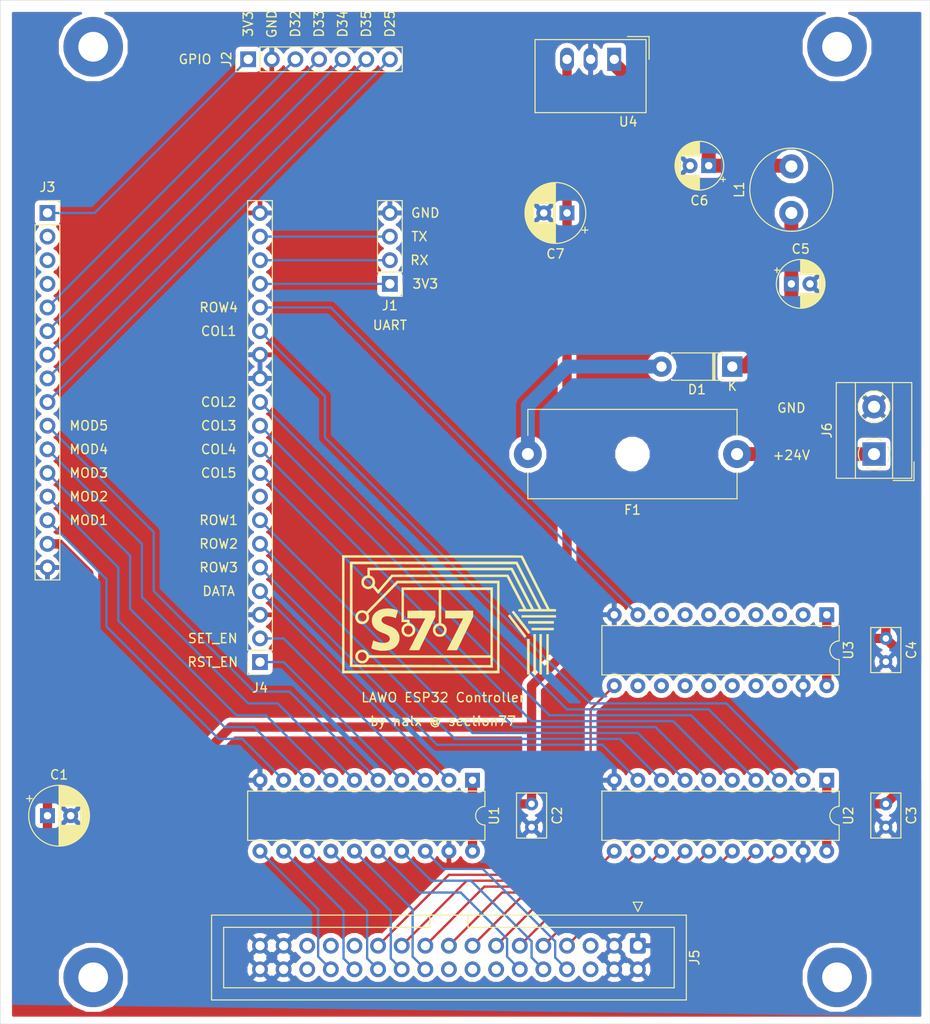
<source format=kicad_pcb>
(kicad_pcb (version 20171130) (host pcbnew "(5.0.0-3-g5ebb6b6)")
  (layers (0 F.Cu signal hide) (31 B.Cu signal hide) (34 B.Paste user) (35 F.Paste user) (36 B.SilkS user) (37 F.SilkS user) (38 B.Mask user) (39 F.Mask user) (44 Edge.Cuts user))
  (net 0 "")
  (net 1 GND)
  (net 2 +5V)
  (net 3 "Net-(J1-Pad3)")
  (net 4 "Net-(J1-Pad2)")
  (net 5 "Net-(J1-Pad1)")
  (net 6 "Net-(J2-Pad7)")
  (net 7 "Net-(J2-Pad6)")
  (net 8 "Net-(J2-Pad5)")
  (net 9 "Net-(J2-Pad4)")
  (net 10 "Net-(J2-Pad3)")
  (net 11 "Net-(J2-Pad1)")
  (net 12 "Net-(J3-Pad4)")
  (net 13 "Net-(J3-Pad3)")
  (net 14 "Net-(J3-Pad2)")
  (net 15 "Net-(J4-Pad16)")
  (net 16 "Net-(J4-Pad15)")
  (net 17 "Net-(J4-Pad12)")
  (net 18 "Net-(J4-Pad11)")
  (net 19 "Net-(J4-Pad10)")
  (net 20 "Net-(J4-Pad9)")
  (net 21 "Net-(J4-Pad8)")
  (net 22 "Net-(J4-Pad7)")
  (net 23 "Net-(J4-Pad6)")
  (net 24 "Net-(J4-Pad5)")
  (net 25 "Net-(J4-Pad4)")
  (net 26 "Net-(J4-Pad2)")
  (net 27 "Net-(J4-Pad1)")
  (net 28 "Net-(J5-Pad30)")
  (net 29 "Net-(J5-Pad28)")
  (net 30 "Net-(J5-Pad26)")
  (net 31 "Net-(J5-Pad24)")
  (net 32 "Net-(J5-Pad22)")
  (net 33 "Net-(J5-Pad20)")
  (net 34 "Net-(J5-Pad18)")
  (net 35 "Net-(J5-Pad16)")
  (net 36 "Net-(J5-Pad14)")
  (net 37 "Net-(J5-Pad12)")
  (net 38 "Net-(J5-Pad10)")
  (net 39 "Net-(J5-Pad8)")
  (net 40 "Net-(J5-Pad6)")
  (net 41 "Net-(J5-Pad29)")
  (net 42 "Net-(J5-Pad27)")
  (net 43 "Net-(J5-Pad25)")
  (net 44 "Net-(J5-Pad23)")
  (net 45 "Net-(J5-Pad21)")
  (net 46 "Net-(J5-Pad19)")
  (net 47 "Net-(J5-Pad17)")
  (net 48 "Net-(J5-Pad15)")
  (net 49 "Net-(J5-Pad13)")
  (net 50 "Net-(J5-Pad11)")
  (net 51 "Net-(J5-Pad9)")
  (net 52 "Net-(J5-Pad7)")
  (net 53 "Net-(J5-Pad5)")
  (net 54 "Net-(U3-Pad8)")
  (net 55 "Net-(U3-Pad17)")
  (net 56 "Net-(U3-Pad7)")
  (net 57 "Net-(U3-Pad16)")
  (net 58 "Net-(U3-Pad6)")
  (net 59 "Net-(U3-Pad15)")
  (net 60 "Net-(U3-Pad5)")
  (net 61 "Net-(U3-Pad14)")
  (net 62 "Net-(U3-Pad4)")
  (net 63 "Net-(U3-Pad13)")
  (net 64 "Net-(U3-Pad3)")
  (net 65 "Net-(U3-Pad12)")
  (net 66 "Net-(U3-Pad18)")
  (net 67 "Net-(U3-Pad2)")
  (net 68 "Net-(J3-Pad14)")
  (net 69 "Net-(J3-Pad13)")
  (net 70 "Net-(J3-Pad12)")
  (net 71 "Net-(J3-Pad11)")
  (net 72 "Net-(J3-Pad10)")
  (net 73 +24V)
  (net 74 "Net-(F1-Pad1)")
  (net 75 "Net-(C5-Pad1)")
  (net 76 "Net-(C6-Pad1)")
  (module Capacitor_THT:CP_Radial_D5.0mm_P2.00mm (layer F.Cu) (at 76.2 17.78 180)
    (fp_text reference C6 (at 1 -3.75 180) (layer F.SilkS))
    (fp_text value 4.7µF/50V)
    (pad 2 thru_hole circle (at 2 0 180) (size 1.6 1.6) (drill 0.8) (layers *.Cu *.Mask) (net 1 GND))
    (pad 1 thru_hole rect (at 0 0 180) (size 1.6 1.6) (drill 0.8) (layers *.Cu *.Mask) (net 76 "Net-(C6-Pad1)"))
  )
  (module Capacitor_THT:CP_Radial_D5.0mm_P2.00mm (layer F.Cu) (at 85.09 30.48)
    (fp_text reference C5 (at 1 -3.75) (layer F.SilkS))
    (fp_text value 4.7µF/50V)
    (pad 1 thru_hole rect (at 0 0) (size 1.6 1.6) (drill 0.8) (layers *.Cu *.Mask) (net 75 "Net-(C5-Pad1)"))
    (pad 2 thru_hole circle (at 2 0) (size 1.6 1.6) (drill 0.8) (layers *.Cu *.Mask) (net 1 GND))
  )
  (module Capacitor_THT:CP_Radial_D6.3mm_P2.50mm (layer F.Cu) (at 60.96 22.86 180)
    (fp_text reference C7 (at 1.25 -4.4 180) (layer F.SilkS))
    (fp_text value "220 µF")
    (pad 2 thru_hole circle (at 2.5 0 180) (size 1.6 1.6) (drill 0.8) (layers *.Cu *.Mask) (net 1 GND))
    (pad 1 thru_hole rect (at 0 0 180) (size 1.6 1.6) (drill 0.8) (layers *.Cu *.Mask) (net 2 +5V))
  )
  (module Capacitor_THT:CP_Radial_D6.3mm_P2.50mm (layer F.Cu) (at 5.08 87.63)
    (fp_text reference C1 (at 1.25 -4.4) (layer F.SilkS))
    (fp_text value "220 µF")
    (pad 1 thru_hole rect (at 0 0) (size 1.6 1.6) (drill 0.8) (layers *.Cu *.Mask) (net 2 +5V))
    (pad 2 thru_hole circle (at 2.5 0) (size 1.6 1.6) (drill 0.8) (layers *.Cu *.Mask) (net 1 GND))
  )
  (module Converter_DCDC:Converter_DCDC_TRACO_TSR-1_THT (layer F.Cu) (at 66.04 6.35 180)
    (fp_text reference U4 (at -1.5 -6.71 180) (layer F.SilkS))
    (fp_text value TSR_1-2450)
    (pad 1 thru_hole rect (at 0 0 180) (size 1.5 2.5) (drill 1) (layers *.Cu *.Mask) (net 76 "Net-(C6-Pad1)"))
    (pad 2 thru_hole oval (at 2.54 0 180) (size 1.5 2.5) (drill 1) (layers *.Cu *.Mask) (net 1 GND))
    (pad 3 thru_hole oval (at 5.08 0 180) (size 1.5 2.5) (drill 1) (layers *.Cu *.Mask) (net 2 +5V))
  )
  (module Diode_THT:D_DO-41_SOD81_P7.62mm_Horizontal (layer F.Cu) (at 78.74 39.37 180)
    (fp_text reference D1 (at 3.81 -2.47 180) (layer F.SilkS))
    (fp_text value D_Schottky)
    (fp_text user K (at 0 -2.1 180) (layer F.SilkS))
    (pad 1 thru_hole rect (at 0 0 180) (size 2.2 2.2) (drill 1.1) (layers *.Cu *.Mask) (net 75 "Net-(C5-Pad1)"))
    (pad 2 thru_hole oval (at 7.62 0 180) (size 2.2 2.2) (drill 1.1) (layers *.Cu *.Mask) (net 73 +24V))
  )
  (module Fuse:Fuseholder_Cylinder-5x20mm_Schurter_0031_8201_Horizontal_Open (layer F.Cu) (at 79.248 48.768 180)
    (fp_text reference F1 (at 11.25 -6 180) (layer F.SilkS))
    (fp_text value Fuse)
    (pad 1 thru_hole circle (at 0 0 180) (size 3 3) (drill 1.3) (layers *.Cu *.Mask) (net 74 "Net-(F1-Pad1)"))
    (pad 2 thru_hole circle (at 22.5 0 180) (size 3 3) (drill 1.3) (layers *.Cu *.Mask) (net 73 +24V))
    (pad "" np_thru_hole circle (at 11.25 0 180) (size 2.7 2.7) (drill 2.7) (layers *.Cu *.Mask))
  )
  (module Inductor_THT:L_Radial_D8.7mm_P5.00mm_Fastron_07HCP (layer F.Cu) (at 85.09 22.86 90)
    (fp_text reference L1 (at 2.5 -5.6 90) (layer F.SilkS))
    (fp_text value "8.2 µH/1.5 A/0.08 O")
    (pad 1 thru_hole circle (at 0 0 90) (size 2.6 2.6) (drill 1.3) (layers *.Cu *.Mask) (net 75 "Net-(C5-Pad1)"))
    (pad 2 thru_hole circle (at 5 0 90) (size 2.6 2.6) (drill 1.3) (layers *.Cu *.Mask) (net 76 "Net-(C6-Pad1)"))
  )
  (module TerminalBlock_MetzConnect:TerminalBlock_MetzConnect_Type101_RT01602HBWC_1x02_P5.08mm_Horizontal (layer F.Cu) (at 93.98 48.768 90)
    (fp_text reference J6 (at 2.54 -5.06 90) (layer F.SilkS))
    (fp_text value Screw_Terminal_01x02)
    (pad 1 thru_hole rect (at 0 0 90) (size 2.5 2.5) (drill 1.3) (layers *.Cu *.Mask) (net 74 "Net-(F1-Pad1)"))
    (pad 2 thru_hole circle (at 5.08 0 90) (size 2.5 2.5) (drill 1.3) (layers *.Cu *.Mask) (net 1 GND))
  )
  (module Capacitor_THT:C_Rect_L4.6mm_W3.0mm_P2.50mm_MKS02_FKP02 (layer F.Cu) (at 95.25 68.58 270)
    (fp_text reference C4 (at 1.25 -2.75 90) (layer F.SilkS))
    (fp_text value "100 nF")
    (pad 2 thru_hole circle (at 2.5 0 270) (size 1.4 1.4) (drill 0.7) (layers *.Cu *.Mask) (net 1 GND))
    (pad 1 thru_hole circle (at 0 0 270) (size 1.4 1.4) (drill 0.7) (layers *.Cu *.Mask) (net 2 +5V))
  )
  (module Capacitor_THT:C_Rect_L4.6mm_W3.0mm_P2.50mm_MKS02_FKP02 (layer F.Cu) (at 95.25 86.36 270)
    (fp_text reference C3 (at 1.25 -2.75 90) (layer F.SilkS))
    (fp_text value "100 nF")
    (pad 2 thru_hole circle (at 2.5 0 270) (size 1.4 1.4) (drill 0.7) (layers *.Cu *.Mask) (net 1 GND))
    (pad 1 thru_hole circle (at 0 0 270) (size 1.4 1.4) (drill 0.7) (layers *.Cu *.Mask) (net 2 +5V))
  )
  (module Capacitor_THT:C_Rect_L4.6mm_W3.0mm_P2.50mm_MKS02_FKP02 (layer F.Cu) (at 57.15 86.36 270)
    (fp_text reference C2 (at 1.25 -2.75 90) (layer F.SilkS))
    (fp_text value "100 nF")
    (pad 2 thru_hole circle (at 2.5 0 270) (size 1.4 1.4) (drill 0.7) (layers *.Cu *.Mask) (net 1 GND))
    (pad 1 thru_hole circle (at 0 0 270) (size 1.4 1.4) (drill 0.7) (layers *.Cu *.Mask) (net 2 +5V))
  )
  (module Package_DIP:DIP-20_W7.62mm (layer F.Cu) (at 88.9 66.04 270)
    (fp_text reference U3 (at 3.81 -2.33 90) (layer F.SilkS))
    (fp_text value 74HCT245)
    (pad 20 thru_hole oval (at 7.62 0 270) (size 1.6 1.6) (drill 0.8) (layers *.Cu *.Mask) (net 2 +5V))
    (pad 10 thru_hole oval (at 0 22.86 270) (size 1.6 1.6) (drill 0.8) (layers *.Cu *.Mask) (net 1 GND))
    (pad 19 thru_hole oval (at 7.62 2.54 270) (size 1.6 1.6) (drill 0.8) (layers *.Cu *.Mask) (net 1 GND))
    (pad 9 thru_hole oval (at 0 20.32 270) (size 1.6 1.6) (drill 0.8) (layers *.Cu *.Mask) (net 15 "Net-(J4-Pad16)"))
    (pad 18 thru_hole oval (at 7.62 5.08 270) (size 1.6 1.6) (drill 0.8) (layers *.Cu *.Mask) (net 66 "Net-(U3-Pad18)"))
    (pad 8 thru_hole oval (at 0 17.78 270) (size 1.6 1.6) (drill 0.8) (layers *.Cu *.Mask) (net 54 "Net-(U3-Pad8)"))
    (pad 17 thru_hole oval (at 7.62 7.62 270) (size 1.6 1.6) (drill 0.8) (layers *.Cu *.Mask) (net 55 "Net-(U3-Pad17)"))
    (pad 7 thru_hole oval (at 0 15.24 270) (size 1.6 1.6) (drill 0.8) (layers *.Cu *.Mask) (net 56 "Net-(U3-Pad7)"))
    (pad 16 thru_hole oval (at 7.62 10.16 270) (size 1.6 1.6) (drill 0.8) (layers *.Cu *.Mask) (net 57 "Net-(U3-Pad16)"))
    (pad 6 thru_hole oval (at 0 12.7 270) (size 1.6 1.6) (drill 0.8) (layers *.Cu *.Mask) (net 58 "Net-(U3-Pad6)"))
    (pad 15 thru_hole oval (at 7.62 12.7 270) (size 1.6 1.6) (drill 0.8) (layers *.Cu *.Mask) (net 59 "Net-(U3-Pad15)"))
    (pad 5 thru_hole oval (at 0 10.16 270) (size 1.6 1.6) (drill 0.8) (layers *.Cu *.Mask) (net 60 "Net-(U3-Pad5)"))
    (pad 14 thru_hole oval (at 7.62 15.24 270) (size 1.6 1.6) (drill 0.8) (layers *.Cu *.Mask) (net 61 "Net-(U3-Pad14)"))
    (pad 4 thru_hole oval (at 0 7.62 270) (size 1.6 1.6) (drill 0.8) (layers *.Cu *.Mask) (net 62 "Net-(U3-Pad4)"))
    (pad 13 thru_hole oval (at 7.62 17.78 270) (size 1.6 1.6) (drill 0.8) (layers *.Cu *.Mask) (net 63 "Net-(U3-Pad13)"))
    (pad 3 thru_hole oval (at 0 5.08 270) (size 1.6 1.6) (drill 0.8) (layers *.Cu *.Mask) (net 64 "Net-(U3-Pad3)"))
    (pad 12 thru_hole oval (at 7.62 20.32 270) (size 1.6 1.6) (drill 0.8) (layers *.Cu *.Mask) (net 65 "Net-(U3-Pad12)"))
    (pad 2 thru_hole oval (at 0 2.54 270) (size 1.6 1.6) (drill 0.8) (layers *.Cu *.Mask) (net 67 "Net-(U3-Pad2)"))
    (pad 11 thru_hole oval (at 7.62 22.86 270) (size 1.6 1.6) (drill 0.8) (layers *.Cu *.Mask) (net 44 "Net-(J5-Pad23)"))
    (pad 1 thru_hole rect (at 0 0 270) (size 1.6 1.6) (drill 0.8) (layers *.Cu *.Mask) (net 2 +5V))
  )
  (module Package_DIP:DIP-20_W7.62mm (layer F.Cu) (at 88.9 83.82 270)
    (fp_text reference U2 (at 3.81 -2.33 90) (layer F.SilkS))
    (fp_text value 74HCT245)
    (pad 20 thru_hole oval (at 7.62 0 270) (size 1.6 1.6) (drill 0.8) (layers *.Cu *.Mask) (net 2 +5V))
    (pad 10 thru_hole oval (at 0 22.86 270) (size 1.6 1.6) (drill 0.8) (layers *.Cu *.Mask) (net 1 GND))
    (pad 19 thru_hole oval (at 7.62 2.54 270) (size 1.6 1.6) (drill 0.8) (layers *.Cu *.Mask) (net 1 GND))
    (pad 9 thru_hole oval (at 0 20.32 270) (size 1.6 1.6) (drill 0.8) (layers *.Cu *.Mask) (net 24 "Net-(J4-Pad5)"))
    (pad 18 thru_hole oval (at 7.62 5.08 270) (size 1.6 1.6) (drill 0.8) (layers *.Cu *.Mask) (net 52 "Net-(J5-Pad7)"))
    (pad 8 thru_hole oval (at 0 17.78 270) (size 1.6 1.6) (drill 0.8) (layers *.Cu *.Mask) (net 23 "Net-(J4-Pad6)"))
    (pad 17 thru_hole oval (at 7.62 7.62 270) (size 1.6 1.6) (drill 0.8) (layers *.Cu *.Mask) (net 51 "Net-(J5-Pad9)"))
    (pad 7 thru_hole oval (at 0 15.24 270) (size 1.6 1.6) (drill 0.8) (layers *.Cu *.Mask) (net 22 "Net-(J4-Pad7)"))
    (pad 16 thru_hole oval (at 7.62 10.16 270) (size 1.6 1.6) (drill 0.8) (layers *.Cu *.Mask) (net 50 "Net-(J5-Pad11)"))
    (pad 6 thru_hole oval (at 0 12.7 270) (size 1.6 1.6) (drill 0.8) (layers *.Cu *.Mask) (net 20 "Net-(J4-Pad9)"))
    (pad 15 thru_hole oval (at 7.62 12.7 270) (size 1.6 1.6) (drill 0.8) (layers *.Cu *.Mask) (net 49 "Net-(J5-Pad13)"))
    (pad 5 thru_hole oval (at 0 10.16 270) (size 1.6 1.6) (drill 0.8) (layers *.Cu *.Mask) (net 19 "Net-(J4-Pad10)"))
    (pad 14 thru_hole oval (at 7.62 15.24 270) (size 1.6 1.6) (drill 0.8) (layers *.Cu *.Mask) (net 48 "Net-(J5-Pad15)"))
    (pad 4 thru_hole oval (at 0 7.62 270) (size 1.6 1.6) (drill 0.8) (layers *.Cu *.Mask) (net 18 "Net-(J4-Pad11)"))
    (pad 13 thru_hole oval (at 7.62 17.78 270) (size 1.6 1.6) (drill 0.8) (layers *.Cu *.Mask) (net 47 "Net-(J5-Pad17)"))
    (pad 3 thru_hole oval (at 0 5.08 270) (size 1.6 1.6) (drill 0.8) (layers *.Cu *.Mask) (net 17 "Net-(J4-Pad12)"))
    (pad 12 thru_hole oval (at 7.62 20.32 270) (size 1.6 1.6) (drill 0.8) (layers *.Cu *.Mask) (net 46 "Net-(J5-Pad19)"))
    (pad 2 thru_hole oval (at 0 2.54 270) (size 1.6 1.6) (drill 0.8) (layers *.Cu *.Mask) (net 16 "Net-(J4-Pad15)"))
    (pad 11 thru_hole oval (at 7.62 22.86 270) (size 1.6 1.6) (drill 0.8) (layers *.Cu *.Mask) (net 45 "Net-(J5-Pad21)"))
    (pad 1 thru_hole rect (at 0 0 270) (size 1.6 1.6) (drill 0.8) (layers *.Cu *.Mask) (net 2 +5V))
  )
  (module Package_DIP:DIP-20_W7.62mm (layer F.Cu) (at 50.8 83.82 270)
    (fp_text reference U1 (at 3.81 -2.33 90) (layer F.SilkS))
    (fp_text value 74HCT245)
    (pad 20 thru_hole oval (at 7.62 0 270) (size 1.6 1.6) (drill 0.8) (layers *.Cu *.Mask) (net 2 +5V))
    (pad 10 thru_hole oval (at 0 22.86 270) (size 1.6 1.6) (drill 0.8) (layers *.Cu *.Mask) (net 1 GND))
    (pad 19 thru_hole oval (at 7.62 2.54 270) (size 1.6 1.6) (drill 0.8) (layers *.Cu *.Mask) (net 1 GND))
    (pad 9 thru_hole oval (at 0 20.32 270) (size 1.6 1.6) (drill 0.8) (layers *.Cu *.Mask) (net 68 "Net-(J3-Pad14)"))
    (pad 18 thru_hole oval (at 7.62 5.08 270) (size 1.6 1.6) (drill 0.8) (layers *.Cu *.Mask) (net 39 "Net-(J5-Pad8)"))
    (pad 8 thru_hole oval (at 0 17.78 270) (size 1.6 1.6) (drill 0.8) (layers *.Cu *.Mask) (net 69 "Net-(J3-Pad13)"))
    (pad 17 thru_hole oval (at 7.62 7.62 270) (size 1.6 1.6) (drill 0.8) (layers *.Cu *.Mask) (net 38 "Net-(J5-Pad10)"))
    (pad 7 thru_hole oval (at 0 15.24 270) (size 1.6 1.6) (drill 0.8) (layers *.Cu *.Mask) (net 70 "Net-(J3-Pad12)"))
    (pad 16 thru_hole oval (at 7.62 10.16 270) (size 1.6 1.6) (drill 0.8) (layers *.Cu *.Mask) (net 37 "Net-(J5-Pad12)"))
    (pad 6 thru_hole oval (at 0 12.7 270) (size 1.6 1.6) (drill 0.8) (layers *.Cu *.Mask) (net 71 "Net-(J3-Pad11)"))
    (pad 15 thru_hole oval (at 7.62 12.7 270) (size 1.6 1.6) (drill 0.8) (layers *.Cu *.Mask) (net 33 "Net-(J5-Pad20)"))
    (pad 5 thru_hole oval (at 0 10.16 270) (size 1.6 1.6) (drill 0.8) (layers *.Cu *.Mask) (net 72 "Net-(J3-Pad10)"))
    (pad 14 thru_hole oval (at 7.62 15.24 270) (size 1.6 1.6) (drill 0.8) (layers *.Cu *.Mask) (net 32 "Net-(J5-Pad22)"))
    (pad 4 thru_hole oval (at 0 7.62 270) (size 1.6 1.6) (drill 0.8) (layers *.Cu *.Mask) (net 27 "Net-(J4-Pad1)"))
    (pad 13 thru_hole oval (at 7.62 17.78 270) (size 1.6 1.6) (drill 0.8) (layers *.Cu *.Mask) (net 31 "Net-(J5-Pad24)"))
    (pad 3 thru_hole oval (at 0 5.08 270) (size 1.6 1.6) (drill 0.8) (layers *.Cu *.Mask) (net 26 "Net-(J4-Pad2)"))
    (pad 12 thru_hole oval (at 7.62 20.32 270) (size 1.6 1.6) (drill 0.8) (layers *.Cu *.Mask) (net 30 "Net-(J5-Pad26)"))
    (pad 2 thru_hole oval (at 0 2.54 270) (size 1.6 1.6) (drill 0.8) (layers *.Cu *.Mask) (net 25 "Net-(J4-Pad4)"))
    (pad 11 thru_hole oval (at 7.62 22.86 270) (size 1.6 1.6) (drill 0.8) (layers *.Cu *.Mask) (net 29 "Net-(J5-Pad28)"))
    (pad 1 thru_hole rect (at 0 0 270) (size 1.6 1.6) (drill 0.8) (layers *.Cu *.Mask) (net 2 +5V))
  )
  (module Connector_IDC:IDC-Header_2x17_P2.54mm_Vertical (layer F.Cu) (at 68.58 101.6 270)
    (fp_text reference J5 (at 1.27 -6.1 90) (layer F.SilkS))
    (fp_text value Conn_02x17_Odd_Even)
    (pad 34 thru_hole circle (at 2.54 40.64 270) (size 1.7 1.7) (drill 1) (layers *.Cu *.Mask) (net 1 GND))
    (pad 32 thru_hole circle (at 2.54 38.1 270) (size 1.7 1.7) (drill 1) (layers *.Cu *.Mask) (net 1 GND))
    (pad 30 thru_hole circle (at 2.54 35.56 270) (size 1.7 1.7) (drill 1) (layers *.Cu *.Mask) (net 28 "Net-(J5-Pad30)"))
    (pad 28 thru_hole circle (at 2.54 33.02 270) (size 1.7 1.7) (drill 1) (layers *.Cu *.Mask) (net 29 "Net-(J5-Pad28)"))
    (pad 26 thru_hole circle (at 2.54 30.48 270) (size 1.7 1.7) (drill 1) (layers *.Cu *.Mask) (net 30 "Net-(J5-Pad26)"))
    (pad 24 thru_hole circle (at 2.54 27.94 270) (size 1.7 1.7) (drill 1) (layers *.Cu *.Mask) (net 31 "Net-(J5-Pad24)"))
    (pad 22 thru_hole circle (at 2.54 25.4 270) (size 1.7 1.7) (drill 1) (layers *.Cu *.Mask) (net 32 "Net-(J5-Pad22)"))
    (pad 20 thru_hole circle (at 2.54 22.86 270) (size 1.7 1.7) (drill 1) (layers *.Cu *.Mask) (net 33 "Net-(J5-Pad20)"))
    (pad 18 thru_hole circle (at 2.54 20.32 270) (size 1.7 1.7) (drill 1) (layers *.Cu *.Mask) (net 34 "Net-(J5-Pad18)"))
    (pad 16 thru_hole circle (at 2.54 17.78 270) (size 1.7 1.7) (drill 1) (layers *.Cu *.Mask) (net 35 "Net-(J5-Pad16)"))
    (pad 14 thru_hole circle (at 2.54 15.24 270) (size 1.7 1.7) (drill 1) (layers *.Cu *.Mask) (net 36 "Net-(J5-Pad14)"))
    (pad 12 thru_hole circle (at 2.54 12.7 270) (size 1.7 1.7) (drill 1) (layers *.Cu *.Mask) (net 37 "Net-(J5-Pad12)"))
    (pad 10 thru_hole circle (at 2.54 10.16 270) (size 1.7 1.7) (drill 1) (layers *.Cu *.Mask) (net 38 "Net-(J5-Pad10)"))
    (pad 8 thru_hole circle (at 2.54 7.62 270) (size 1.7 1.7) (drill 1) (layers *.Cu *.Mask) (net 39 "Net-(J5-Pad8)"))
    (pad 6 thru_hole circle (at 2.54 5.08 270) (size 1.7 1.7) (drill 1) (layers *.Cu *.Mask) (net 40 "Net-(J5-Pad6)"))
    (pad 4 thru_hole circle (at 2.54 2.54 270) (size 1.7 1.7) (drill 1) (layers *.Cu *.Mask) (net 1 GND))
    (pad 2 thru_hole circle (at 2.54 0 270) (size 1.7 1.7) (drill 1) (layers *.Cu *.Mask) (net 1 GND))
    (pad 33 thru_hole circle (at 0 40.64 270) (size 1.7 1.7) (drill 1) (layers *.Cu *.Mask) (net 1 GND))
    (pad 31 thru_hole circle (at 0 38.1 270) (size 1.7 1.7) (drill 1) (layers *.Cu *.Mask) (net 1 GND))
    (pad 29 thru_hole circle (at 0 35.56 270) (size 1.7 1.7) (drill 1) (layers *.Cu *.Mask) (net 41 "Net-(J5-Pad29)"))
    (pad 27 thru_hole circle (at 0 33.02 270) (size 1.7 1.7) (drill 1) (layers *.Cu *.Mask) (net 42 "Net-(J5-Pad27)"))
    (pad 25 thru_hole circle (at 0 30.48 270) (size 1.7 1.7) (drill 1) (layers *.Cu *.Mask) (net 43 "Net-(J5-Pad25)"))
    (pad 23 thru_hole circle (at 0 27.94 270) (size 1.7 1.7) (drill 1) (layers *.Cu *.Mask) (net 44 "Net-(J5-Pad23)"))
    (pad 21 thru_hole circle (at 0 25.4 270) (size 1.7 1.7) (drill 1) (layers *.Cu *.Mask) (net 45 "Net-(J5-Pad21)"))
    (pad 19 thru_hole circle (at 0 22.86 270) (size 1.7 1.7) (drill 1) (layers *.Cu *.Mask) (net 46 "Net-(J5-Pad19)"))
    (pad 17 thru_hole circle (at 0 20.32 270) (size 1.7 1.7) (drill 1) (layers *.Cu *.Mask) (net 47 "Net-(J5-Pad17)"))
    (pad 15 thru_hole circle (at 0 17.78 270) (size 1.7 1.7) (drill 1) (layers *.Cu *.Mask) (net 48 "Net-(J5-Pad15)"))
    (pad 13 thru_hole circle (at 0 15.24 270) (size 1.7 1.7) (drill 1) (layers *.Cu *.Mask) (net 49 "Net-(J5-Pad13)"))
    (pad 11 thru_hole circle (at 0 12.7 270) (size 1.7 1.7) (drill 1) (layers *.Cu *.Mask) (net 50 "Net-(J5-Pad11)"))
    (pad 9 thru_hole circle (at 0 10.16 270) (size 1.7 1.7) (drill 1) (layers *.Cu *.Mask) (net 51 "Net-(J5-Pad9)"))
    (pad 7 thru_hole circle (at 0 7.62 270) (size 1.7 1.7) (drill 1) (layers *.Cu *.Mask) (net 52 "Net-(J5-Pad7)"))
    (pad 5 thru_hole circle (at 0 5.08 270) (size 1.7 1.7) (drill 1) (layers *.Cu *.Mask) (net 53 "Net-(J5-Pad5)"))
    (pad 3 thru_hole circle (at 0 2.54 270) (size 1.7 1.7) (drill 1) (layers *.Cu *.Mask) (net 1 GND))
    (pad 1 thru_hole roundrect (at 0 0 270) (size 1.7 1.7) (drill 1) (layers *.Cu *.Mask) (roundrect_rratio 0.147059) (net 1 GND))
  )
  (module Connector_PinSocket_2.54mm:PinSocket_1x20_P2.54mm_Vertical (layer F.Cu) (at 27.94 71.12 180)
    (fp_text reference J4 (at 0 -2.77) (layer F.SilkS))
    (fp_text value ESP_RIGHT)
    (pad 20 thru_hole oval (at 0 48.26 180) (size 1.7 1.7) (drill 1) (layers *.Cu *.Mask) (net 1 GND))
    (pad 19 thru_hole oval (at 0 45.72 180) (size 1.7 1.7) (drill 1) (layers *.Cu *.Mask) (net 3 "Net-(J1-Pad3)"))
    (pad 18 thru_hole oval (at 0 43.18 180) (size 1.7 1.7) (drill 1) (layers *.Cu *.Mask) (net 4 "Net-(J1-Pad2)"))
    (pad 17 thru_hole oval (at 0 40.64 180) (size 1.7 1.7) (drill 1) (layers *.Cu *.Mask) (net 5 "Net-(J1-Pad1)"))
    (pad 16 thru_hole oval (at 0 38.1 180) (size 1.7 1.7) (drill 1) (layers *.Cu *.Mask) (net 15 "Net-(J4-Pad16)"))
    (pad 15 thru_hole oval (at 0 35.56 180) (size 1.7 1.7) (drill 1) (layers *.Cu *.Mask) (net 16 "Net-(J4-Pad15)"))
    (pad 14 thru_hole oval (at 0 33.02 180) (size 1.7 1.7) (drill 1) (layers *.Cu *.Mask) (net 1 GND))
    (pad 13 thru_hole oval (at 0 30.48 180) (size 1.7 1.7) (drill 1) (layers *.Cu *.Mask) (net 1 GND))
    (pad 12 thru_hole oval (at 0 27.94 180) (size 1.7 1.7) (drill 1) (layers *.Cu *.Mask) (net 17 "Net-(J4-Pad12)"))
    (pad 11 thru_hole oval (at 0 25.4 180) (size 1.7 1.7) (drill 1) (layers *.Cu *.Mask) (net 18 "Net-(J4-Pad11)"))
    (pad 10 thru_hole oval (at 0 22.86 180) (size 1.7 1.7) (drill 1) (layers *.Cu *.Mask) (net 19 "Net-(J4-Pad10)"))
    (pad 9 thru_hole oval (at 0 20.32 180) (size 1.7 1.7) (drill 1) (layers *.Cu *.Mask) (net 20 "Net-(J4-Pad9)"))
    (pad 8 thru_hole oval (at 0 17.78 180) (size 1.7 1.7) (drill 1) (layers *.Cu *.Mask) (net 21 "Net-(J4-Pad8)"))
    (pad 7 thru_hole oval (at 0 15.24 180) (size 1.7 1.7) (drill 1) (layers *.Cu *.Mask) (net 22 "Net-(J4-Pad7)"))
    (pad 6 thru_hole oval (at 0 12.7 180) (size 1.7 1.7) (drill 1) (layers *.Cu *.Mask) (net 23 "Net-(J4-Pad6)"))
    (pad 5 thru_hole oval (at 0 10.16 180) (size 1.7 1.7) (drill 1) (layers *.Cu *.Mask) (net 24 "Net-(J4-Pad5)"))
    (pad 4 thru_hole oval (at 0 7.62 180) (size 1.7 1.7) (drill 1) (layers *.Cu *.Mask) (net 25 "Net-(J4-Pad4)"))
    (pad 3 thru_hole oval (at 0 5.08 180) (size 1.7 1.7) (drill 1) (layers *.Cu *.Mask) (net 1 GND))
    (pad 2 thru_hole oval (at 0 2.54 180) (size 1.7 1.7) (drill 1) (layers *.Cu *.Mask) (net 26 "Net-(J4-Pad2)"))
    (pad 1 thru_hole rect (at 0 0 180) (size 1.7 1.7) (drill 1) (layers *.Cu *.Mask) (net 27 "Net-(J4-Pad1)"))
  )
  (module Connector_PinSocket_2.54mm:PinSocket_1x16_P2.54mm_Vertical (layer F.Cu) (at 5.08 22.86)
    (fp_text reference J3 (at 0 -2.77) (layer F.SilkS))
    (fp_text value ESP_LEFT)
    (pad 16 thru_hole oval (at 0 38.1) (size 1.7 1.7) (drill 1) (layers *.Cu *.Mask) (net 1 GND))
    (pad 15 thru_hole oval (at 0 35.56) (size 1.7 1.7) (drill 1) (layers *.Cu *.Mask) (net 2 +5V))
    (pad 14 thru_hole oval (at 0 33.02) (size 1.7 1.7) (drill 1) (layers *.Cu *.Mask) (net 68 "Net-(J3-Pad14)"))
    (pad 13 thru_hole oval (at 0 30.48) (size 1.7 1.7) (drill 1) (layers *.Cu *.Mask) (net 69 "Net-(J3-Pad13)"))
    (pad 12 thru_hole oval (at 0 27.94) (size 1.7 1.7) (drill 1) (layers *.Cu *.Mask) (net 70 "Net-(J3-Pad12)"))
    (pad 11 thru_hole oval (at 0 25.4) (size 1.7 1.7) (drill 1) (layers *.Cu *.Mask) (net 71 "Net-(J3-Pad11)"))
    (pad 10 thru_hole oval (at 0 22.86) (size 1.7 1.7) (drill 1) (layers *.Cu *.Mask) (net 72 "Net-(J3-Pad10)"))
    (pad 9 thru_hole oval (at 0 20.32) (size 1.7 1.7) (drill 1) (layers *.Cu *.Mask) (net 6 "Net-(J2-Pad7)"))
    (pad 8 thru_hole oval (at 0 17.78) (size 1.7 1.7) (drill 1) (layers *.Cu *.Mask) (net 7 "Net-(J2-Pad6)"))
    (pad 7 thru_hole oval (at 0 15.24) (size 1.7 1.7) (drill 1) (layers *.Cu *.Mask) (net 8 "Net-(J2-Pad5)"))
    (pad 6 thru_hole oval (at 0 12.7) (size 1.7 1.7) (drill 1) (layers *.Cu *.Mask) (net 9 "Net-(J2-Pad4)"))
    (pad 5 thru_hole oval (at 0 10.16) (size 1.7 1.7) (drill 1) (layers *.Cu *.Mask) (net 10 "Net-(J2-Pad3)"))
    (pad 4 thru_hole oval (at 0 7.62) (size 1.7 1.7) (drill 1) (layers *.Cu *.Mask) (net 12 "Net-(J3-Pad4)"))
    (pad 3 thru_hole oval (at 0 5.08) (size 1.7 1.7) (drill 1) (layers *.Cu *.Mask) (net 13 "Net-(J3-Pad3)"))
    (pad 2 thru_hole oval (at 0 2.54) (size 1.7 1.7) (drill 1) (layers *.Cu *.Mask) (net 14 "Net-(J3-Pad2)"))
    (pad 1 thru_hole rect (at 0 0) (size 1.7 1.7) (drill 1) (layers *.Cu *.Mask) (net 11 "Net-(J2-Pad1)"))
  )
  (module Connector_PinHeader_2.54mm:PinHeader_1x07_P2.54mm_Vertical (layer F.Cu) (at 26.67 6.35 90)
    (fp_text reference J2 (at 0 -2.33 90) (layer F.SilkS))
    (fp_text value GPIO)
    (pad 7 thru_hole oval (at 0 15.24 90) (size 1.7 1.7) (drill 1) (layers *.Cu *.Mask) (net 6 "Net-(J2-Pad7)"))
    (pad 6 thru_hole oval (at 0 12.7 90) (size 1.7 1.7) (drill 1) (layers *.Cu *.Mask) (net 7 "Net-(J2-Pad6)"))
    (pad 5 thru_hole oval (at 0 10.16 90) (size 1.7 1.7) (drill 1) (layers *.Cu *.Mask) (net 8 "Net-(J2-Pad5)"))
    (pad 4 thru_hole oval (at 0 7.62 90) (size 1.7 1.7) (drill 1) (layers *.Cu *.Mask) (net 9 "Net-(J2-Pad4)"))
    (pad 3 thru_hole oval (at 0 5.08 90) (size 1.7 1.7) (drill 1) (layers *.Cu *.Mask) (net 10 "Net-(J2-Pad3)"))
    (pad 2 thru_hole oval (at 0 2.54 90) (size 1.7 1.7) (drill 1) (layers *.Cu *.Mask) (net 1 GND))
    (pad 1 thru_hole rect (at 0 0 90) (size 1.7 1.7) (drill 1) (layers *.Cu *.Mask) (net 11 "Net-(J2-Pad1)"))
  )
  (module Connector_PinHeader_2.54mm:PinHeader_1x04_P2.54mm_Vertical (layer F.Cu) (at 41.91 30.48 180)
    (fp_text reference J1 (at 0 -2.33) (layer F.SilkS))
    (fp_text value UART)
    (pad 4 thru_hole oval (at 0 7.62 180) (size 1.7 1.7) (drill 1) (layers *.Cu *.Mask) (net 1 GND))
    (pad 3 thru_hole oval (at 0 5.08 180) (size 1.7 1.7) (drill 1) (layers *.Cu *.Mask) (net 3 "Net-(J1-Pad3)"))
    (pad 2 thru_hole oval (at 0 2.54 180) (size 1.7 1.7) (drill 1) (layers *.Cu *.Mask) (net 4 "Net-(J1-Pad2)"))
    (pad 1 thru_hole rect (at 0 0 180) (size 1.7 1.7) (drill 1) (layers *.Cu *.Mask) (net 5 "Net-(J1-Pad1)"))
  )
  (module MountingHole:MountingHole_3.2mm_M3_Pad (layer F.Cu) (at 10 5)
    (fp_text reference REF** hide)
    (fp_text value MountingHole_3.2mm_M3_Pad)
    (pad 1 thru_hole circle (at 0 0) (size 6.4 6.4) (drill 3.2) (layers *.Cu *.Mask))
  )
  (module MountingHole:MountingHole_3.2mm_M3_Pad (layer F.Cu) (at 90 5)
    (fp_text reference REF** hide)
    (fp_text value MountingHole_3.2mm_M3_Pad)
    (pad 1 thru_hole circle (at 0 0) (size 6.4 6.4) (drill 3.2) (layers *.Cu *.Mask))
  )
  (module MountingHole:MountingHole_3.2mm_M3_Pad (layer F.Cu) (at 10 105)
    (fp_text reference REF** hide)
    (fp_text value MountingHole_3.2mm_M3_Pad)
    (pad 1 thru_hole circle (at 0 0) (size 6.4 6.4) (drill 3.2) (layers *.Cu *.Mask))
  )
  (module MountingHole:MountingHole_3.2mm_M3_Pad (layer F.Cu) (at 90 105)
    (fp_text reference REF** hide)
    (fp_text value MountingHole_3.2mm_M3_Pad)
    (pad 1 thru_hole circle (at 0 0) (size 6.4 6.4) (drill 3.2) (layers *.Cu *.Mask))
  )
  (module lib:section77_logo_kicad (layer F.Cu) (at 48.26 66.04)
    (fp_text reference Ref** hide)
    (fp_text value Val** hide)
  )
  (gr_text "by nalx @ section77" (at 47.625 77.47) (layer F.SilkS) (effects (font (size 1 1))))
  (gr_text "LAWO ESP32 Controller" (at 47.625 74.93) (layer F.SilkS) (effects (font (size 1 1))))
  (gr_text MOD1 (at 9.525 55.88) (layer F.SilkS) (effects (font (size 1 1))))
  (gr_text MOD2 (at 9.525 53.34) (layer F.SilkS) (effects (font (size 1 1))))
  (gr_text MOD3 (at 9.525 50.8) (layer F.SilkS) (effects (font (size 1 1))))
  (gr_text MOD4 (at 9.525 48.26) (layer F.SilkS) (effects (font (size 1 1))))
  (gr_text MOD5 (at 9.525 45.72) (layer F.SilkS) (effects (font (size 1 1))))
  (gr_text RST_EN (at 22.86 71.12) (layer F.SilkS) (effects (font (size 1 1))))
  (gr_text SET_EN (at 22.86 68.58) (layer F.SilkS) (effects (font (size 1 1))))
  (gr_text DATA (at 23.495 63.5) (layer F.SilkS) (effects (font (size 1 1))))
  (gr_text COL1 (at 23.495 35.56) (layer F.SilkS) (effects (font (size 1 1))))
  (gr_text COL2 (at 23.495 43.18) (layer F.SilkS) (effects (font (size 1 1))))
  (gr_text COL3 (at 23.495 45.72) (layer F.SilkS) (effects (font (size 1 1))))
  (gr_text COL4 (at 23.495 48.26) (layer F.SilkS) (effects (font (size 1 1))))
  (gr_text COL5 (at 23.495 50.8) (layer F.SilkS) (effects (font (size 1 1))))
  (gr_text ROW3 (at 23.495 60.96) (layer F.SilkS) (effects (font (size 1 1))))
  (gr_text ROW1 (at 23.495 55.88) (layer F.SilkS) (effects (font (size 1 1))))
  (gr_text ROW2 (at 23.495 58.42) (layer F.SilkS) (effects (font (size 1 1))))
  (gr_text ROW4 (at 23.495 33.02) (layer F.SilkS) (effects (font (size 1 1))))
  (gr_text D25 (at 41.91 2.54 90) (layer F.SilkS) (effects (font (size 1 1))))
  (gr_text D35 (at 39.37 2.54 90) (layer F.SilkS) (effects (font (size 1 1))))
  (gr_text D34 (at 36.83 2.54 90) (layer F.SilkS) (effects (font (size 1 1))))
  (gr_text D33 (at 34.29 2.54 90) (layer F.SilkS) (effects (font (size 1 1))))
  (gr_text D32 (at 31.75 2.54 90) (layer F.SilkS) (effects (font (size 1 1))))
  (gr_text GND (at 29.21 2.54 90) (layer F.SilkS) (effects (font (size 1 1))))
  (gr_text 3V3 (at 26.67 2.54 90) (layer F.SilkS) (effects (font (size 1 1))))
  (gr_text RX (at 45.085 27.94) (layer F.SilkS) (effects (font (size 1 1))))
  (gr_text TX (at 45.085 25.4) (layer F.SilkS) (effects (font (size 1 1))))
  (gr_text 3V3 (at 45.72 30.48) (layer F.SilkS) (effects (font (size 1 1))))
  (gr_text GND (at 45.72 22.86) (layer F.SilkS) (effects (font (size 1 1))))
  (gr_text UART (at 41.91 34.925) (layer F.SilkS) (effects (font (size 1 1))))
  (gr_text GPIO (at 20.955 6.35) (layer F.SilkS) (effects (font (size 1 1))))
  (gr_text GND (at 85.09 43.815) (layer F.SilkS) (effects (font (size 1 1))))
  (gr_text +24V (at 85.09 48.895) (layer F.SilkS) (effects (font (size 1 1))))
  (gr_line (start 0 110) (end 0 0) (layer Edge.Cuts) (width 0.05))
  (gr_line (start 100 110) (end 0 110) (layer Edge.Cuts) (width 0.05))
  (gr_line (start 100 0) (end 100 110) (layer Edge.Cuts) (width 0.05))
  (gr_line (start 0 0) (end 100 0) (layer Edge.Cuts) (width 0.05))
  (segment (start 88.9 86.36) (end 88.9 91.44) (width 1) (layer F.Cu) (net 2))
  (segment (start 95.25 86.36) (end 88.9 86.36) (width 1) (layer F.Cu) (net 2))
  (segment (start 88.9 83.82) (end 88.9 86.36) (width 1) (layer F.Cu) (net 2))
  (segment (start 57.15 86.36) (end 50.8 86.36) (width 1) (layer F.Cu) (net 2))
  (segment (start 50.8 86.36) (end 50.8 91.44) (width 1) (layer F.Cu) (net 2))
  (segment (start 50.8 83.82) (end 50.8 86.36) (width 1) (layer F.Cu) (net 2))
  (segment (start 95.25 68.58) (end 88.9 68.58) (width 1) (layer F.Cu) (net 2))
  (segment (start 88.9 68.58) (end 88.9 73.66) (width 1) (layer F.Cu) (net 2))
  (segment (start 88.9 66.04) (end 88.9 68.58) (width 1) (layer F.Cu) (net 2))
  (segment (start 95.25 86.36) (end 97.79 83.82) (width 1) (layer F.Cu) (net 2))
  (segment (start 97.79 71.12) (end 95.25 68.58) (width 1) (layer F.Cu) (net 2))
  (segment (start 97.79 83.82) (end 97.79 71.12) (width 1) (layer F.Cu) (net 2))
  (segment (start 95.25 68.58) (end 95.25 66.04) (width 1) (layer F.Cu) (net 2))
  (segment (start 95.25 66.04) (end 86.36 57.15) (width 1) (layer F.Cu) (net 2))
  (segment (start 86.36 57.15) (end 60.96 57.15) (width 1) (layer F.Cu) (net 2))
  (segment (start 60.96 57.15) (end 60.96 41.91) (width 1) (layer F.Cu) (net 2))
  (segment (start 60.96 69.85) (end 60.96 57.15) (width 1) (layer F.Cu) (net 2))
  (segment (start 57.15 73.66) (end 60.96 69.85) (width 1) (layer F.Cu) (net 2))
  (segment (start 57.15 78.105) (end 57.15 73.66) (width 1) (layer F.Cu) (net 2))
  (segment (start 57.15 86.36) (end 57.15 78.105) (width 1) (layer F.Cu) (net 2))
  (segment (start 5.08 69.215) (end 9.525 64.77) (width 1) (layer F.Cu) (net 2))
  (segment (start 5.08 58.42) (end 6.35 58.42) (width 1) (layer F.Cu) (net 2))
  (segment (start 6.35 58.42) (end 9.525 61.595) (width 1) (layer F.Cu) (net 2))
  (segment (start 24.765 78.105) (end 57.15 78.105) (width 1) (layer F.Cu) (net 2))
  (segment (start 10.16 92.71) (end 24.765 78.105) (width 1) (layer F.Cu) (net 2))
  (segment (start 6.985 92.71) (end 10.16 92.71) (width 1) (layer F.Cu) (net 2))
  (segment (start 5.08 90.805) (end 6.985 92.71) (width 1) (layer F.Cu) (net 2))
  (segment (start 5.08 87.63) (end 5.08 90.805) (width 1) (layer F.Cu) (net 2))
  (segment (start 5.08 87.63) (end 5.08 69.215) (width 1) (layer F.Cu) (net 2))
  (segment (start 9.525 64.77) (end 9.525 61.595) (width 1) (layer F.Cu) (net 2))
  (segment (start 60.96 22.86) (end 60.96 6.35) (width 1) (layer F.Cu) (net 2))
  (segment (start 60.96 41.91) (end 60.96 22.86) (width 1) (layer F.Cu) (net 2))
  (segment (start 27.94 25.4) (end 41.91 25.4) (width 0.25) (layer B.Cu) (net 3))
  (segment (start 27.94 27.94) (end 41.91 27.94) (width 0.25) (layer B.Cu) (net 4))
  (segment (start 27.94 30.48) (end 41.91 30.48) (width 0.25) (layer B.Cu) (net 5))
  (segment (start 5.08 43.18) (end 41.91 6.35) (width 0.25) (layer B.Cu) (net 6))
  (segment (start 5.08 40.64) (end 39.37 6.35) (width 0.25) (layer B.Cu) (net 7))
  (segment (start 5.08 38.1) (end 36.83 6.35) (width 0.25) (layer B.Cu) (net 8))
  (segment (start 5.08 35.56) (end 34.29 6.35) (width 0.25) (layer B.Cu) (net 9))
  (segment (start 5.08 33.02) (end 31.75 6.35) (width 0.25) (layer B.Cu) (net 10))
  (segment (start 10.16 22.86) (end 26.67 6.35) (width 0.25) (layer B.Cu) (net 11))
  (segment (start 5.08 22.86) (end 10.16 22.86) (width 0.25) (layer B.Cu) (net 11))
  (segment (start 35.56 33.02) (end 68.58 66.04) (width 0.25) (layer B.Cu) (net 15))
  (segment (start 27.94 33.02) (end 35.56 33.02) (width 0.25) (layer B.Cu) (net 15))
  (segment (start 34.925 42.545) (end 27.94 35.56) (width 0.25) (layer B.Cu) (net 16))
  (segment (start 63.5 75.565) (end 34.925 46.99) (width 0.25) (layer B.Cu) (net 16))
  (segment (start 34.925 46.99) (end 34.925 42.545) (width 0.25) (layer B.Cu) (net 16))
  (segment (start 78.105 75.565) (end 63.5 75.565) (width 0.25) (layer B.Cu) (net 16))
  (segment (start 86.36 83.82) (end 78.105 75.565) (width 0.25) (layer B.Cu) (net 16))
  (segment (start 60.96 76.2) (end 60.6425 75.8825) (width 0.25) (layer B.Cu) (net 17))
  (segment (start 76.2 76.2) (end 60.96 76.2) (width 0.25) (layer B.Cu) (net 17))
  (segment (start 83.82 83.82) (end 76.2 76.2) (width 0.25) (layer B.Cu) (net 17))
  (segment (start 60.6425 75.8825) (end 27.94 43.18) (width 0.25) (layer B.Cu) (net 17))
  (segment (start 60.77501 76.01501) (end 60.6425 75.8825) (width 0.25) (layer B.Cu) (net 17))
  (segment (start 81.28 83.82) (end 74.295 76.835) (width 0.25) (layer B.Cu) (net 18))
  (segment (start 59.055 76.835) (end 27.94 45.72) (width 0.25) (layer B.Cu) (net 18))
  (segment (start 74.295 76.835) (end 59.055 76.835) (width 0.25) (layer B.Cu) (net 18))
  (segment (start 78.74 83.82) (end 72.39 77.47) (width 0.25) (layer B.Cu) (net 19))
  (segment (start 57.15 77.47) (end 27.94 48.26) (width 0.25) (layer B.Cu) (net 19))
  (segment (start 72.39 77.47) (end 57.15 77.47) (width 0.25) (layer B.Cu) (net 19))
  (segment (start 76.2 83.82) (end 70.485 78.105) (width 0.25) (layer B.Cu) (net 20))
  (segment (start 55.245 78.105) (end 27.94 50.8) (width 0.25) (layer B.Cu) (net 20))
  (segment (start 70.485 78.105) (end 55.245 78.105) (width 0.25) (layer B.Cu) (net 20))
  (segment (start 73.66 83.82) (end 68.58 78.74) (width 0.25) (layer B.Cu) (net 22))
  (segment (start 50.8 78.74) (end 27.94 55.88) (width 0.25) (layer B.Cu) (net 22))
  (segment (start 68.58 78.74) (end 50.8 78.74) (width 0.25) (layer B.Cu) (net 22))
  (segment (start 48.895 79.375) (end 48.5775 79.0575) (width 0.25) (layer B.Cu) (net 23))
  (segment (start 66.675 79.375) (end 48.895 79.375) (width 0.25) (layer B.Cu) (net 23))
  (segment (start 71.12 83.82) (end 66.675 79.375) (width 0.25) (layer B.Cu) (net 23))
  (segment (start 48.5775 79.0575) (end 27.94 58.42) (width 0.25) (layer B.Cu) (net 23))
  (segment (start 48.71001 79.19001) (end 48.5775 79.0575) (width 0.25) (layer B.Cu) (net 23))
  (segment (start 64.77 80.01) (end 46.99 80.01) (width 0.25) (layer B.Cu) (net 24))
  (segment (start 46.99 80.01) (end 27.94 60.96) (width 0.25) (layer B.Cu) (net 24))
  (segment (start 68.58 83.82) (end 64.77 80.01) (width 0.25) (layer B.Cu) (net 24))
  (segment (start 48.26 83.82) (end 27.94 63.5) (width 0.25) (layer B.Cu) (net 25))
  (segment (start 30.48 68.58) (end 27.94 68.58) (width 0.25) (layer B.Cu) (net 26))
  (segment (start 45.72 83.82) (end 30.48 68.58) (width 0.25) (layer B.Cu) (net 26))
  (segment (start 30.48 71.12) (end 27.94 71.12) (width 0.25) (layer B.Cu) (net 27))
  (segment (start 43.18 83.82) (end 30.48 71.12) (width 0.25) (layer B.Cu) (net 27))
  (segment (start 34.195001 97.695001) (end 27.94 91.44) (width 0.25) (layer B.Cu) (net 29))
  (segment (start 34.195001 102.775001) (end 34.195001 97.695001) (width 0.25) (layer B.Cu) (net 29))
  (segment (start 35.56 104.14) (end 34.195001 102.775001) (width 0.25) (layer B.Cu) (net 29))
  (segment (start 36.924999 97.884999) (end 30.48 91.44) (width 0.25) (layer B.Cu) (net 30))
  (segment (start 36.924999 102.964999) (end 36.924999 97.884999) (width 0.25) (layer B.Cu) (net 30))
  (segment (start 38.1 104.14) (end 36.924999 102.964999) (width 0.25) (layer B.Cu) (net 30))
  (segment (start 39.464999 97.884999) (end 33.02 91.44) (width 0.25) (layer B.Cu) (net 31))
  (segment (start 39.464999 102.964999) (end 39.464999 97.884999) (width 0.25) (layer B.Cu) (net 31))
  (segment (start 40.64 104.14) (end 39.464999 102.964999) (width 0.25) (layer B.Cu) (net 31))
  (segment (start 42.004999 97.884999) (end 35.56 91.44) (width 0.25) (layer B.Cu) (net 32))
  (segment (start 42.004999 102.964999) (end 42.004999 97.884999) (width 0.25) (layer B.Cu) (net 32))
  (segment (start 43.18 104.14) (end 42.004999 102.964999) (width 0.25) (layer B.Cu) (net 32))
  (segment (start 44.355001 97.695001) (end 38.1 91.44) (width 0.25) (layer B.Cu) (net 33))
  (segment (start 44.355001 102.775001) (end 44.355001 97.695001) (width 0.25) (layer B.Cu) (net 33))
  (segment (start 45.72 104.14) (end 44.355001 102.775001) (width 0.25) (layer B.Cu) (net 33))
  (segment (start 54.515001 102.775001) (end 54.515001 100.870001) (width 0.25) (layer B.Cu) (net 37))
  (segment (start 55.88 104.14) (end 54.515001 102.775001) (width 0.25) (layer B.Cu) (net 37))
  (segment (start 54.515001 100.870001) (end 49.53 95.885) (width 0.25) (layer B.Cu) (net 37))
  (segment (start 45.085 95.885) (end 40.64 91.44) (width 0.25) (layer B.Cu) (net 37))
  (segment (start 49.53 95.885) (end 45.085 95.885) (width 0.25) (layer B.Cu) (net 37))
  (segment (start 58.42 104.14) (end 57.15 102.87) (width 0.25) (layer B.Cu) (net 38))
  (segment (start 57.15 101.130998) (end 50.634002 94.615) (width 0.25) (layer B.Cu) (net 38))
  (segment (start 57.15 102.87) (end 57.15 101.130998) (width 0.25) (layer B.Cu) (net 38))
  (segment (start 50.634002 94.615) (end 46.355 94.615) (width 0.25) (layer B.Cu) (net 38))
  (segment (start 46.355 94.615) (end 43.18 91.44) (width 0.25) (layer B.Cu) (net 38))
  (segment (start 60.96 104.14) (end 59.69 102.87) (width 0.25) (layer B.Cu) (net 39))
  (segment (start 59.69 101.130998) (end 51.904002 93.345) (width 0.25) (layer B.Cu) (net 39))
  (segment (start 59.69 102.87) (end 59.69 101.130998) (width 0.25) (layer B.Cu) (net 39))
  (segment (start 47.625 93.345) (end 45.72 91.44) (width 0.25) (layer B.Cu) (net 39))
  (segment (start 51.904002 93.345) (end 47.625 93.345) (width 0.25) (layer B.Cu) (net 39))
  (segment (start 63.5 91.44) (end 63.5 76.2) (width 0.25) (layer F.Cu) (net 44))
  (segment (start 60.96 93.98) (end 63.5 91.44) (width 0.25) (layer F.Cu) (net 44))
  (segment (start 48.26 93.98) (end 60.96 93.98) (width 0.25) (layer F.Cu) (net 44))
  (segment (start 63.5 76.2) (end 66.04 73.66) (width 0.25) (layer F.Cu) (net 44))
  (segment (start 40.64 101.6) (end 48.26 93.98) (width 0.25) (layer F.Cu) (net 44))
  (segment (start 62.865 94.615) (end 66.04 91.44) (width 0.25) (layer F.Cu) (net 45))
  (segment (start 50.165 94.615) (end 62.865 94.615) (width 0.25) (layer F.Cu) (net 45))
  (segment (start 43.18 101.6) (end 50.165 94.615) (width 0.25) (layer F.Cu) (net 45))
  (segment (start 64.77 95.25) (end 68.58 91.44) (width 0.25) (layer F.Cu) (net 46))
  (segment (start 52.07 95.25) (end 64.77 95.25) (width 0.25) (layer F.Cu) (net 46))
  (segment (start 45.72 101.6) (end 52.07 95.25) (width 0.25) (layer F.Cu) (net 46))
  (segment (start 66.675 95.885) (end 71.12 91.44) (width 0.25) (layer F.Cu) (net 47))
  (segment (start 53.975 95.885) (end 66.675 95.885) (width 0.25) (layer F.Cu) (net 47))
  (segment (start 48.26 101.6) (end 53.975 95.885) (width 0.25) (layer F.Cu) (net 47))
  (segment (start 68.58 96.52) (end 73.66 91.44) (width 0.25) (layer F.Cu) (net 48))
  (segment (start 55.88 96.52) (end 68.58 96.52) (width 0.25) (layer F.Cu) (net 48))
  (segment (start 50.8 101.6) (end 55.88 96.52) (width 0.25) (layer F.Cu) (net 48))
  (segment (start 70.485 97.155) (end 76.2 91.44) (width 0.25) (layer F.Cu) (net 49))
  (segment (start 57.785 97.155) (end 70.485 97.155) (width 0.25) (layer F.Cu) (net 49))
  (segment (start 53.34 101.6) (end 57.785 97.155) (width 0.25) (layer F.Cu) (net 49))
  (segment (start 59.69 97.79) (end 72.39 97.79) (width 0.25) (layer F.Cu) (net 50))
  (segment (start 72.39 97.79) (end 78.74 91.44) (width 0.25) (layer F.Cu) (net 50))
  (segment (start 55.88 101.6) (end 59.69 97.79) (width 0.25) (layer F.Cu) (net 50))
  (segment (start 58.42 101.6) (end 61.595 98.425) (width 0.25) (layer F.Cu) (net 51))
  (segment (start 74.295 98.425) (end 81.28 91.44) (width 0.25) (layer F.Cu) (net 51))
  (segment (start 61.595 98.425) (end 74.295 98.425) (width 0.25) (layer F.Cu) (net 51))
  (segment (start 63.5 99.06) (end 60.96 101.6) (width 0.25) (layer F.Cu) (net 52))
  (segment (start 76.2 99.06) (end 63.5 99.06) (width 0.25) (layer F.Cu) (net 52))
  (segment (start 83.82 91.44) (end 76.2 99.06) (width 0.25) (layer F.Cu) (net 52))
  (segment (start 11.43 67.31) (end 11.43 62.23) (width 0.25) (layer B.Cu) (net 68))
  (segment (start 23.495 79.375) (end 11.43 67.31) (width 0.25) (layer B.Cu) (net 68))
  (segment (start 26.035 79.375) (end 23.495 79.375) (width 0.25) (layer B.Cu) (net 68))
  (segment (start 11.43 62.23) (end 5.08 55.88) (width 0.25) (layer B.Cu) (net 68))
  (segment (start 30.48 83.82) (end 26.035 79.375) (width 0.25) (layer B.Cu) (net 68))
  (segment (start 12.7 66.675) (end 12.7 60.96) (width 0.25) (layer B.Cu) (net 69))
  (segment (start 24.13 78.105) (end 12.7 66.675) (width 0.25) (layer B.Cu) (net 69))
  (segment (start 12.7 60.96) (end 5.08 53.34) (width 0.25) (layer B.Cu) (net 69))
  (segment (start 27.305 78.105) (end 24.13 78.105) (width 0.25) (layer B.Cu) (net 69))
  (segment (start 33.02 83.82) (end 27.305 78.105) (width 0.25) (layer B.Cu) (net 69))
  (segment (start 13.97 59.69) (end 5.08 50.8) (width 0.25) (layer B.Cu) (net 70))
  (segment (start 13.97 65.405) (end 13.97 59.69) (width 0.25) (layer B.Cu) (net 70))
  (segment (start 25.4 76.835) (end 13.97 65.405) (width 0.25) (layer B.Cu) (net 70))
  (segment (start 28.575 76.835) (end 25.4 76.835) (width 0.25) (layer B.Cu) (net 70))
  (segment (start 35.56 83.82) (end 28.575 76.835) (width 0.25) (layer B.Cu) (net 70))
  (segment (start 15.24 58.42) (end 5.08 48.26) (width 0.25) (layer B.Cu) (net 71))
  (segment (start 26.67 75.565) (end 15.24 64.135) (width 0.25) (layer B.Cu) (net 71))
  (segment (start 15.24 64.135) (end 15.24 58.42) (width 0.25) (layer B.Cu) (net 71))
  (segment (start 29.845 75.565) (end 26.67 75.565) (width 0.25) (layer B.Cu) (net 71))
  (segment (start 38.1 83.82) (end 29.845 75.565) (width 0.25) (layer B.Cu) (net 71))
  (segment (start 40.64 83.82) (end 31.115 74.295) (width 0.25) (layer B.Cu) (net 72))
  (segment (start 31.115 74.295) (end 27.305 74.295) (width 0.25) (layer B.Cu) (net 72))
  (segment (start 27.305 74.295) (end 16.51 63.5) (width 0.25) (layer B.Cu) (net 72))
  (segment (start 16.51 57.15) (end 5.08 45.72) (width 0.25) (layer B.Cu) (net 72))
  (segment (start 16.51 63.5) (end 16.51 57.15) (width 0.25) (layer B.Cu) (net 72))
  (segment (start 56.748 43.582) (end 56.748 48.768) (width 1.5) (layer B.Cu) (net 73))
  (segment (start 60.96 39.37) (end 56.748 43.582) (width 1.5) (layer B.Cu) (net 73))
  (segment (start 71.12 39.37) (end 60.96 39.37) (width 1.5) (layer B.Cu) (net 73))
  (segment (start 92.48 48.768) (end 79.248 48.768) (width 1.5) (layer F.Cu) (net 74))
  (segment (start 93.98 48.768) (end 92.48 48.768) (width 0.25) (layer F.Cu) (net 74))
  (segment (start 85.09 22.86) (end 85.09 30.48) (width 1.5) (layer F.Cu) (net 75))
  (segment (start 80.09 39.37) (end 78.74 39.37) (width 0.25) (layer F.Cu) (net 75))
  (segment (start 85.09 34.37) (end 80.09 39.37) (width 1.5) (layer F.Cu) (net 75))
  (segment (start 85.09 30.48) (end 85.09 34.37) (width 1.5) (layer F.Cu) (net 75))
  (segment (start 66.04 6.85) (end 68.08 8.89) (width 1.5) (layer F.Cu) (net 76))
  (segment (start 66.04 6.35) (end 66.04 6.85) (width 0.25) (layer F.Cu) (net 76))
  (segment (start 68.08 8.89) (end 73.66 8.89) (width 1.5) (layer F.Cu) (net 76))
  (segment (start 76.2 11.43) (end 76.2 17.78) (width 1.5) (layer F.Cu) (net 76))
  (segment (start 73.66 8.89) (end 76.2 11.43) (width 1.5) (layer F.Cu) (net 76))
  (segment (start 85.01 17.78) (end 85.09 17.86) (width 0.25) (layer F.Cu) (net 76))
  (segment (start 76.2 17.78) (end 85.01 17.78) (width 1.5) (layer F.Cu) (net 76))
  (zone (net 1) (net_name GND) (layer F.Cu) (connect_pads (clearance 0.508)) (min_thickness 0.254) (fill yes (arc_segments 16) (thermal_gap 0.508) (thermal_bridge_width 0.508))
    (polygon (pts (xy 1.27 1.27) (xy 99.06 1.27) (xy 99.06 109.22) (xy 1.27 109.22)))
  )
  (zone (net 1) (net_name GND) (layer B.Cu) (connect_pads (clearance 0.508)) (min_thickness 0.254) (fill yes (arc_segments 16) (thermal_gap 0.508) (thermal_bridge_width 0.508))
    (polygon (pts (xy 1.27 1.27) (xy 99.06 1.27) (xy 99.06 109.22) (xy 1.27 107.95)))
  )
)
</source>
